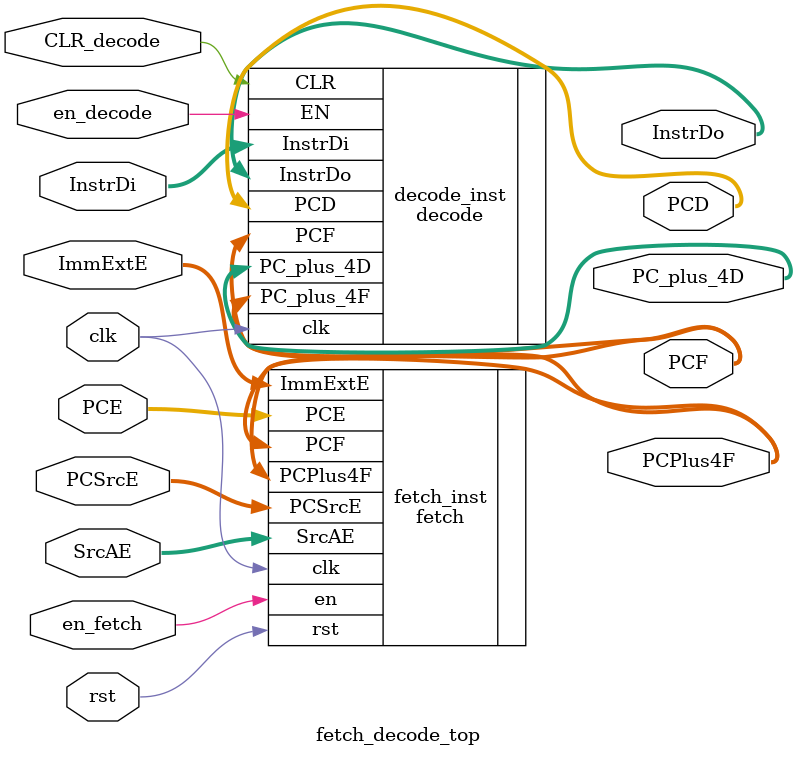
<source format=sv>
`include "decode.sv"
`include "fetch.sv"

module fetch_decode_top #(

  // Parameters
  parameter WIDTH = 32,
  parameter DATA_WIDTH = 32
)(
  // Clock and reset signals
  input logic clk,
  input logic rst,

  // Inputs and outputs for fetch module
  input logic en_fetch,
  input logic [WIDTH-1:0] ImmExtE,
  input logic [1:0] PCSrcE,
  input logic [WIDTH-1:0] SrcAE,
  input logic [WIDTH-1:0] PCE,
  output logic [WIDTH-1:0] PCF,
  output logic [WIDTH-1:0] PCPlus4F,

  // Inputs and outputs for decode module
  input logic en_decode,
  input logic CLR_decode,
  input logic [DATA_WIDTH-1:0] InstrDi,
  output logic [DATA_WIDTH-1:0] PCD,
  output logic [DATA_WIDTH-1:0] PC_plus_4D,
  output logic [DATA_WIDTH-1:0] InstrDo
);

  // Instantiate fetch module
  fetch fetch_inst (
    .clk(clk),
    .rst(rst),
    .en(en_fetch),
    .ImmExtE(ImmExtE),
    .PCSrcE(PCSrcE),
    .SrcAE(SrcAE),
    .PCE(PCE),
    .PCF(PCF),
    .PCPlus4F(PCPlus4F)
  );

  // Instantiate decode module
  decode decode_inst (
    .clk(clk),
    .EN(en_decode),
    .CLR(CLR_decode),
    .InstrDi(InstrDi),
    .PCF(PCF),
    .PC_plus_4F(PCPlus4F),
    .PCD(PCD),
    .PC_plus_4D(PC_plus_4D),
    .InstrDo(InstrDo)
  );

endmodule

</source>
